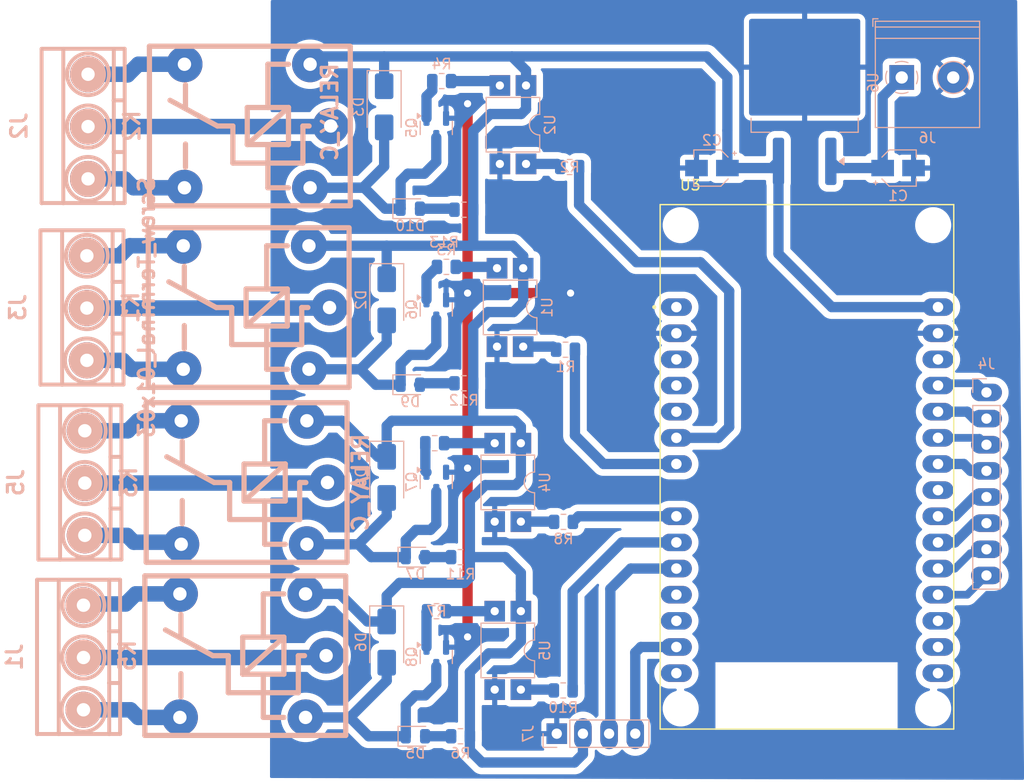
<source format=kicad_pcb>
(kicad_pcb (version 20241229) (generator "pcbnew") (generator_version "9.0")
  (layers (0 "F.Cu" signal) (2 "B.Cu" signal) (13 "F.Paste" user) (15 "B.Paste" user) (5 "F.SilkS" user "F.Silkscreen") (7 "B.SilkS" user "B.Silkscreen") (1 "F.Mask" user) (3 "B.Mask" user) (25 "Edge.Cuts" user))
  (net 0 "")
  (net 1 "GND")
  (net 2 "Net-(J6-Pin_1)")
  (net 3 "+5V")
  (net 4 "Net-(D2-A)")
  (net 6 "Net-(D5-K)")
  (net 7 "Net-(D5-A)")
  (net 8 "Net-(D7-A)")
  (net 9 "Net-(D9-A)")
  (net 10 "RA2")
  (net 11 "RA1")
  (net 12 "RA3")
  (net 13 "RB3")
  (net 14 "RB2")
  (net 15 "RB1")
  (net 16 "RC1")
  (net 17 "RC2")
  (net 18 "RC3")
  (net 19 "IN2")
  (net 20 "Net-(R1-Pad1)")
  (net 21 "IN1")
  (net 22 "Net-(R2-Pad1)")
  (net 23 "Net-(R3-Pad1)")
  (net 24 "Net-(R4-Pad1)")
  (net 25 "Net-(R7-Pad1)")
  (net 26 "Net-(R8-Pad1)")
  (net 27 "Net-(R9-Pad1)")
  (net 28 "Net-(R10-Pad1)")
  (net 29 "IN4")
  (net 30 "4F")
  (net 33 "1F")
  (net 39 "1C")
  (net 43 "IN3")
  (net 45 "3F")
  (net 46 "4C")
  (net 47 "2F")
  (net 48 "2C")
  (net 49 "3C")
  (net 50 "RD1")
  (net 51 "RD3")
  (net 52 "RD2")
  (net 53 "Net-(D10-K)")
  (net 54 "Net-(D7-K)")
  (net 55 "Net-(D10-A)")
  (net 56 "Net-(Q5-B)")
  (net 57 "Net-(Q6-B)")
  (net 58 "Net-(Q7-B)")
  (net 59 "Net-(Q8-B)")
  (net 60 "SCL")
  (net 61 "SDA")
  (footprint "ESP32 V1:MODULE_ESP32_DEVKIT_V1" (layer "F.Cu") (at 89.5725 94.475)
    (property "Reference" "U3" (at -11.355 -27.36 0) (layer "F.SilkS"))
    (property "Value" "ESP32-DEVKIT-V1")
    (pad "" np_thru_hole circle (at -12.28 -23.475) (size 3 3) (drill 3) (layers "*.Cu" "*.Mask"))
    (pad "" np_thru_hole circle (at -12.28 23.475) (size 3 3) (drill 3) (layers "*.Cu" "*.Mask"))
    (pad "" np_thru_hole circle (at 12.23 -23.475) (size 3 3) (drill 3) (layers "*.Cu" "*.Mask"))
    (pad "" np_thru_hole circle (at 12.23 23.475) (size 3 3) (drill 3) (layers "*.Cu" "*.Mask"))
    (pad "1" thru_hole oval (at -12.7 -15.515) (size 3 1.7) (drill 1.02) (layers "*.Cu" "*.Mask"))
    (pad "2" thru_hole oval (at -12.7 -12.975) (size 3 1.7) (drill 1.02) (layers "*.Cu" "*.Mask") (net 1 "GND"))
    (pad "3" thru_hole oval (at -12.7 -10.435) (size 3 1.7) (drill 1.02) (layers "*.Cu" "*.Mask"))
    (pad "4" thru_hole oval (at -12.7 -7.895) (size 3 1.7) (drill 1.02) (layers "*.Cu" "*.Mask"))
    (pad "5" thru_hole oval (at -12.7 -5.355) (size 3 1.7) (drill 1.02) (layers "*.Cu" "*.Mask"))
    (pad "6" thru_hole oval (at -12.7 -2.815) (size 3 1.7) (drill 1.02) (layers "*.Cu" "*.Mask") (net 21 "IN1"))
    (pad "7" thru_hole oval (at -12.7 -0.275) (size 3 1.7) (drill 1.02) (layers "*.Cu" "*.Mask") (net 19 "IN2"))
    (pad "9" thru_hole oval (at -12.7 4.805) (size 3 1.7) (drill 1.02) (layers "*.Cu" "*.Mask") (net 43 "IN3"))
    (pad "10" thru_hole oval (at -12.7 7.345) (size 3 1.7) (drill 1.02) (layers "*.Cu" "*.Mask") (net 29 "IN4"))
    (pad "11" thru_hole oval (at -12.7 9.885) (size 3 1.7) (drill 1.02) (layers "*.Cu" "*.Mask") (net 61 "SDA"))
    (pad "12" thru_hole oval (at -12.7 12.425) (size 3 1.7) (drill 1.02) (layers "*.Cu" "*.Mask"))
    (pad "13" thru_hole oval (at -12.7 14.965) (size 3 1.7) (drill 1.02) (layers "*.Cu" "*.Mask"))
    (pad "14" thru_hole oval (at -12.7 17.505) (size 3 1.7) (drill 1.02) (layers "*.Cu" "*.Mask") (net 60 "SCL"))
    (pad "15" thru_hole oval (at -12.7 20.045) (size 3 1.7) (drill 1.02) (layers "*.Cu" "*.Mask"))
    (pad "16" thru_hole oval (at 12.7 20.045) (size 3 1.7) (drill 1.02) (layers "*.Cu" "*.Mask"))
    (pad "17" thru_hole oval (at 12.7 17.505) (size 3 1.7) (drill 1.02) (layers "*.Cu" "*.Mask"))
    (pad "18" thru_hole oval (at 12.7 14.965) (size 3 1.7) (drill 1.02) (layers "*.Cu" "*.Mask"))
    (pad "19" thru_hole oval (at 12.7 12.425) (size 3 1.7) (drill 1.02) (layers "*.Cu" "*.Mask") (net 46 "4C"))
    (pad "20" thru_hole oval (at 12.7 9.885) (size 3 1.7) (drill 1.02) (layers "*.Cu" "*.Mask") (net 49 "3C"))
    (pad "21" thru_hole oval (at 12.7 7.345) (size 3 1.7) (drill 1.02) (layers "*.Cu" "*.Mask") (net 48 "2C"))
    (pad "22" thru_hole oval (at 12.7 4.805) (size 3 1.7) (drill 1.02) (layers "*.Cu" "*.Mask") (net 39 "1C"))
    (pad "23" thru_hole oval (at 12.7 2.265) (size 3 1.7) (drill 1.02) (layers "*.Cu" "*.Mask"))
    (pad "24" thru_hole oval (at 12.7 -0.275) (size 3 1.7) (drill 1.02) (layers "*.Cu" "*.Mask") (net 30 "4F"))
    (pad "25" thru_hole oval (at 12.7 -2.815) (size 3 1.7) (drill 1.02) (layers "*.Cu" "*.Mask") (net 45 "3F"))
    (pad "26" thru_hole oval (at 12.7 -5.355) (size 3 1.7) (drill 1.02) (layers "*.Cu" "*.Mask") (net 47 "2F"))
    (pad "27" thru_hole oval (at 12.7 -7.895) (size 3 1.7) (drill 1.02) (layers "*.Cu" "*.Mask") (net 33 "1F"))
    (pad "28" thru_hole oval (at 12.7 -10.435) (size 3 1.7) (drill 1.02) (layers "*.Cu" "*.Mask"))
    (pad "29" thru_hole oval (at 12.7 -12.975) (size 3 1.7) (drill 1.02) (layers "*.Cu" "*.Mask") (net 1 "GND"))
    (pad "30" thru_hole oval (at 12.7 -15.515) (size 3 1.7) (drill 1.02) (layers "*.Cu" "*.Mask") (net 3 "+5V"))
    (zone (net 0) (net_name "") (layer "B.Cu") (connect_pads (clearance 0)) (min_thickness 0.01)
      (keepout (tracks not_allowed) (vias not_allowed) (pads not_allowed) (copperpour not_allowed) (footprints allowed))
      (fill (thermal_gap 0.508) (thermal_bridge_width 0.508))
      (polygon (pts (xy 80.6625 113.46) (xy 98.3525 113.46) (xy 98.3525 119.95) (xy 80.6625 119.95)))
    )
  )
  (footprint "Package_TO_SOT_SMD:SOT-23" (layer "B.Cu") (at 53.5625 112.9375 -90)
    (property "Reference" "Q8" (at 0 2.4 90) (layer "B.SilkS") (effects (justify mirror)))
    (property "Value" "MMBT2222A")
    (pad "1" smd roundrect (at -0.9375 0.95 270) (size 1.475 0.6) (layers "B.Cu" "B.Mask" "B.Paste") (net 59 "Net-(Q8-B)"))
    (pad "2" smd roundrect (at -0.9375 -0.95 270) (size 1.475 0.6) (layers "B.Cu" "B.Mask" "B.Paste") (net 1 "GND"))
    (pad "3" smd roundrect (at 0.9375 0 270) (size 1.475 0.6) (layers "B.Cu" "B.Mask" "B.Paste") (net 6 "Net-(D5-K)"))
  )
  (footprint "LED_SMD:LED_0805_2012Metric" (layer "B.Cu") (at 51.5375 103.25)
    (property "Reference" "D7" (at 0 1.65 180) (layer "B.SilkS") (effects (justify mirror)))
    (property "Value" "LED")
    (pad "1" smd roundrect (at -0.9375 0) (size 0.975 1.4) (layers "B.Cu" "B.Mask" "B.Paste") (net 54 "Net-(D7-K)"))
    (pad "2" smd roundrect (at 0.9375 0) (size 0.975 1.4) (layers "B.Cu" "B.Mask" "B.Paste") (net 8 "Net-(D7-A)"))
  )
  (footprint "LED_SMD:LED_0805_2012Metric" (layer "B.Cu") (at 51.5375 120.65)
    (property "Reference" "D5" (at 0 1.65 180) (layer "B.SilkS") (effects (justify mirror)))
    (property "Value" "LED")
    (pad "1" smd roundrect (at -0.9375 0) (size 0.975 1.4) (layers "B.Cu" "B.Mask" "B.Paste") (net 6 "Net-(D5-K)"))
    (pad "2" smd roundrect (at 0.9375 0) (size 0.975 1.4) (layers "B.Cu" "B.Mask" "B.Paste") (net 7 "Net-(D5-A)"))
  )
  (footprint "Resistor_SMD:R_0805_2012Metric" (layer "B.Cu") (at 66.5125 65.35)
    (property "Reference" "R2" (at 0 0 0) (layer "B.SilkS") (effects (justify mirror)))
    (property "Value" "220")
    (pad "1" smd roundrect (at -0.9125 0) (size 1.025 1.4) (layers "B.Cu" "B.Mask" "B.Paste") (roundrect_rratio 0.243902) (net 22 "Net-(R2-Pad1)"))
    (pad "2" smd roundrect (at 0.9125 0) (size 1.025 1.4) (layers "B.Cu" "B.Mask" "B.Paste") (roundrect_rratio 0.243902) (net 21 "IN1"))
  )
  (footprint "Package_TO_SOT_SMD:SOT-23" (layer "B.Cu") (at 53.5625 95.9375 -90)
    (property "Reference" "Q7" (at 0 2.4 90) (layer "B.SilkS") (effects (justify mirror)))
    (property "Value" "MMBT2222A")
    (pad "1" smd roundrect (at -0.9375 0.95 270) (size 1.475 0.6) (layers "B.Cu" "B.Mask" "B.Paste") (net 58 "Net-(Q7-B)"))
    (pad "2" smd roundrect (at -0.9375 -0.95 270) (size 1.475 0.6) (layers "B.Cu" "B.Mask" "B.Paste") (net 1 "GND"))
    (pad "3" smd roundrect (at 0.9375 0 270) (size 1.475 0.6) (layers "B.Cu" "B.Mask" "B.Paste") (net 54 "Net-(D7-K)"))
  )
  (footprint "Resistor_SMD:R_0805_2012Metric" (layer "B.Cu") (at 54.0875 57 180)
    (property "Reference" "R4" (at 0 1.65 180) (layer "B.SilkS") (effects (justify mirror)))
    (property "Value" "10K")
    (pad "1" smd roundrect (at -0.9125 0 180) (size 1.025 1.4) (layers "B.Cu" "B.Mask" "B.Paste") (roundrect_rratio 0.243902) (net 24 "Net-(R4-Pad1)"))
    (pad "2" smd roundrect (at 0.9125 0 180) (size 1.025 1.4) (layers "B.Cu" "B.Mask" "B.Paste") (roundrect_rratio 0.243902) (net 56 "Net-(Q5-B)"))
  )
  (footprint "Resistor_SMD:R_0805_2012Metric" (layer "B.Cu") (at 65.8875 116.2)
    (property "Reference" "R10" (at 0 1.65 0) (layer "B.SilkS") (effects (justify mirror)))
    (property "Value" "220")
    (pad "1" smd roundrect (at -0.9125 0) (size 1.025 1.4) (layers "B.Cu" "B.Mask" "B.Paste") (roundrect_rratio 0.243902) (net 28 "Net-(R10-Pad1)"))
    (pad "2" smd roundrect (at 0.9125 0) (size 1.025 1.4) (layers "B.Cu" "B.Mask" "B.Paste") (roundrect_rratio 0.243902) (net 29 "IN4"))
  )
  (footprint "EESTN5:BORNERA3_AZUL" (layer "B.Cu") (at 19.753375 61.42 -90)
    (property "Reference" "J2" (at -0.05 6.7 90) (layer "B.SilkS") (effects (font (size 1.5 1.5) (thickness 0.3)) (justify mirror)))
    (property "Value" "Screw_Terminal_01x03" (hide yes))
    (pad "1" thru_hole circle (at -5.08 0 270) (size 3.5 3.5) (drill 1.3) (layers "*.Cu" "*.Mask" "B.SilkS") (net 12 "RA3"))
    (pad "2" thru_hole circle (at 0 0 270) (size 3.5 3.5) (drill 1.3) (layers "*.Cu" "*.Mask" "B.SilkS") (net 10 "RA2"))
    (pad "3" thru_hole circle (at 5.08 0 270) (size 3.5 3.5) (drill 1.3) (layers "*.Cu" "*.Mask" "B.SilkS") (net 11 "RA1"))
  )
  (footprint "EESTN5:BORNERA3_AZUL" (layer "B.Cu") (at 19.64 79.05325 -90)
    (property "Reference" "J3" (at -0.05 6.7 90) (layer "B.SilkS") (effects (font (size 1.5 1.5) (thickness 0.3)) (justify mirror)))
    (property "Value" "Screw_Terminal_01x03" (at -0.05 -5.8 90) (layer "B.SilkS") (effects (font (size 1.5 1.5) (thickness 0.3)) (justify mirror)))
    (pad "1" thru_hole circle (at -5.08 0 270) (size 3.5 3.5) (drill 1.3) (layers "*.Cu" "*.Mask" "B.SilkS") (net 13 "RB3"))
    (pad "2" thru_hole circle (at 0 0 270) (size 3.5 3.5) (drill 1.3) (layers "*.Cu" "*.Mask" "B.SilkS") (net 14 "RB2"))
    (pad "3" thru_hole circle (at 5.08 0 270) (size 3.5 3.5) (drill 1.3) (layers "*.Cu" "*.Mask" "B.SilkS") (net 15 "RB1"))
  )
  (footprint "Package_DIP:DIP-4_W7.62mm" (layer "B.Cu") (at 61.775 116.12 90)
    (property "Reference" "U5" (at 3.81 2.33 90) (layer "B.SilkS") (effects (justify mirror)))
    (property "Value" "EL817")
    (pad "1" thru_hole rect (at 0 0 90) (size 2 2) (drill 0.8) (layers "*.Cu" "*.Mask") (net 28 "Net-(R10-Pad1)"))
    (pad "2" thru_hole rect (at 0 -2.54 90) (size 2 2) (drill 0.8) (layers "*.Cu" "*.Mask") (net 1 "GND"))
    (pad "3" thru_hole rect (at 7.62 -2.54 90) (size 2 2) (drill 0.8) (layers "*.Cu" "*.Mask") (net 25 "Net-(R7-Pad1)"))
    (pad "4" thru_hole rect (at 7.62 0 90) (size 2 2) (drill 0.8) (layers "*.Cu" "*.Mask") (net 3 "+5V"))
  )
  (footprint "Package_TO_SOT_SMD:SOT-23" (layer "B.Cu") (at 53.5625 61.55 -90)
    (property "Reference" "Q5" (at 0 2.4 90) (layer "B.SilkS") (effects (justify mirror)))
    (property "Value" "MMBT2222A")
    (pad "1" smd roundrect (at -0.9375 0.95 270) (size 1.475 0.6) (layers "B.Cu" "B.Mask" "B.Paste") (net 56 "Net-(Q5-B)"))
    (pad "2" smd roundrect (at -0.9375 -0.95 270) (size 1.475 0.6) (layers "B.Cu" "B.Mask" "B.Paste") (net 1 "GND"))
    (pad "3" smd roundrect (at 0.9375 0 270) (size 1.475 0.6) (layers "B.Cu" "B.Mask" "B.Paste") (net 53 "Net-(D10-K)"))
  )
  (footprint "TerminalBlock_Philmore:TerminalBlock_Philmore_TB132_1x02_P5.00mm_Horizontal" (layer "B.Cu") (at 98.75 56.65)
    (property "Reference" "J6" (at 2.5 5.86 0) (layer "B.SilkS") (effects (justify mirror)))
    (property "Value" "Screw_Terminal_01x02")
    (pad "1" thru_hole rect (at 0 0) (size 2.4 2.4) (drill 1.2) (layers "*.Cu" "*.Mask") (net 2 "Net-(J6-Pin_1)"))
    (pad "2" thru_hole circle (at 5 0) (size 3 3) (drill 1.2) (layers "*.Cu" "*.Mask") (net 1 "GND"))
  )
  (footprint "Diode_SMD:D_SMA" (layer "B.Cu") (at 48.5 59.5 -90)
    (property "Reference" "D3" (at 0 2.5 90) (layer "B.SilkS") (effects (justify mirror)))
    (property "Value" "1N4007")
    (pad "1" smd roundrect (at -2 0 270) (size 2.5 1.8) (layers "B.Cu" "B.Mask" "B.Paste") (roundrect_rratio 0.1388888889) (net 3 "+5V"))
    (pad "2" smd roundrect (at 2 0 270) (size 2.5 1.8) (layers "B.Cu" "B.Mask" "B.Paste") (roundrect_rratio 0.1388888889) (net 53 "Net-(D10-K)"))
  )
  (footprint "Resistor_SMD:R_0805_2012Metric" (layer "B.Cu") (at 65.9125 99.825)
    (property "Reference" "R8" (at 0 1.65 0) (layer "B.SilkS") (effects (justify mirror)))
    (property "Value" "220")
    (pad "1" smd roundrect (at -0.9125 0) (size 1.025 1.4) (layers "B.Cu" "B.Mask" "B.Paste") (roundrect_rratio 0.243902) (net 26 "Net-(R8-Pad1)"))
    (pad "2" smd roundrect (at 0.9125 0) (size 1.025 1.4) (layers "B.Cu" "B.Mask" "B.Paste") (roundrect_rratio 0.243902) (net 43 "IN3"))
  )
  (footprint "EESTN5:BORNERA3_AZUL" (layer "B.Cu") (at 19.31 113 -90)
    (property "Reference" "J1" (at -0.05 6.7 90) (layer "B.SilkS") (effects (font (size 1.5 1.5) (thickness 0.3)) (justify mirror)))
    (property "Value" "Screw_Terminal_01x03" (hide yes))
    (pad "1" thru_hole circle (at -5.08 0 270) (size 3.5 3.5) (drill 1.3) (layers "*.Cu" "*.Mask" "B.SilkS") (net 51 "RD3"))
    (pad "2" thru_hole circle (at 0 0 270) (size 3.5 3.5) (drill 1.3) (layers "*.Cu" "*.Mask" "B.SilkS") (net 52 "RD2"))
    (pad "3" thru_hole circle (at 5.08 0 270) (size 3.5 3.5) (drill 1.3) (layers "*.Cu" "*.Mask" "B.SilkS") (net 50 "RD1"))
  )
  (footprint "Package_DIP:DIP-4_W7.62mm" (layer "B.Cu") (at 61.775 99.8 90)
    (property "Reference" "U4" (at 3.81 2.33 90) (layer "B.SilkS") (effects (justify mirror)))
    (property "Value" "EL817")
    (pad "1" thru_hole rect (at 0 0 90) (size 2 2) (drill 0.8) (layers "*.Cu" "*.Mask") (net 26 "Net-(R8-Pad1)"))
    (pad "2" thru_hole rect (at 0 -2.54 90) (size 2 2) (drill 0.8) (layers "*.Cu" "*.Mask") (net 1 "GND"))
    (pad "3" thru_hole rect (at 7.62 -2.54 90) (size 2 2) (drill 0.8) (layers "*.Cu" "*.Mask") (net 27 "Net-(R9-Pad1)"))
    (pad "4" thru_hole rect (at 7.62 0 90) (size 2 2) (drill 0.8) (layers "*.Cu" "*.Mask") (net 3 "+5V"))
  )
  (footprint "Resistor_SMD:R_0805_2012Metric" (layer "B.Cu") (at 56.2375 69.5)
    (property "Reference" "R13" (at -1.925 3.15 0) (layer "B.SilkS") (effects (justify mirror)))
    (property "Value" "220")
    (pad "1" smd roundrect (at -0.9125 0) (size 1.025 1.4) (layers "B.Cu" "B.Mask" "B.Paste") (roundrect_rratio 0.243902) (net 55 "Net-(D10-A)"))
    (pad "2" smd roundrect (at 0.9125 0) (size 1.025 1.4) (layers "B.Cu" "B.Mask" "B.Paste") (roundrect_rratio 0.243902) (net 3 "+5V"))
  )
  (footprint "Resistor_SMD:R_0805_2012Metric" (layer "B.Cu") (at 53.4125 92.180002 180)
    (property "Reference" "R9" (hide yes))
    (property "Value" "10K")
    (pad "1" smd roundrect (at -0.9125 0 180) (size 1.025 1.4) (layers "B.Cu" "B.Mask" "B.Paste") (roundrect_rratio 0.243902) (net 27 "Net-(R9-Pad1)"))
    (pad "2" smd roundrect (at 0.9125 0 180) (size 1.025 1.4) (layers "B.Cu" "B.Mask" "B.Paste") (roundrect_rratio 0.243902) (net 58 "Net-(Q7-B)"))
  )
  (footprint "Resistor_SMD:R_0805_2012Metric" (layer "B.Cu") (at 66.1125 83.1)
    (property "Reference" "R1" (at 0 1.65 0) (layer "B.SilkS") (effects (justify mirror)))
    (property "Value" "220")
    (pad "1" smd roundrect (at -0.9125 0) (size 1.025 1.4) (layers "B.Cu" "B.Mask" "B.Paste") (roundrect_rratio 0.243902) (net 20 "Net-(R1-Pad1)"))
    (pad "2" smd roundrect (at 0.9125 0) (size 1.025 1.4) (layers "B.Cu" "B.Mask" "B.Paste") (roundrect_rratio 0.243902) (net 19 "IN2"))
  )
  (footprint "Connector_PinSocket_2.54mm:PinSocket_1x08_P2.54mm_Vertical" (layer "B.Cu") (at 106.9775 87.25 180)
    (property "Reference" "J4" (at 0 2.77 0) (layer "B.SilkS") (effects (justify mirror)))
    (property "Value" "Conn_01x08" (hide yes))
    (pad "1" thru_hole oval (at 0 0 180) (size 3 1.7) (drill 1) (layers "*.Cu" "*.Mask") (net 33 "1F"))
    (pad "2" thru_hole oval (at 0 -2.54 180) (size 3 1.7) (drill 1) (layers "*.Cu" "*.Mask") (net 47 "2F"))
    (pad "3" thru_hole oval (at 0 -5.08 180) (size 3 1.7) (drill 1) (layers "*.Cu" "*.Mask") (net 45 "3F"))
    (pad "4" thru_hole oval (at 0 -7.62 180) (size 3 1.7) (drill 1) (layers "*.Cu" "*.Mask") (net 30 "4F"))
    (pad "5" thru_hole oval (at 0 -10.16 180) (size 3 1.7) (drill 1) (layers "*.Cu" "*.Mask") (net 39 "1C"))
    (pad "6" thru_hole oval (at 0 -12.7 180) (size 3 1.7) (drill 1) (layers "*.Cu" "*.Mask") (net 48 "2C"))
    (pad "7" thru_hole oval (at 0 -15.24 180) (size 3 1.7) (drill 1) (layers "*.Cu" "*.Mask") (net 49 "3C"))
    (pad "8" thru_hole oval (at 0 -17.78 180) (size 3 1.7) (drill 1) (layers "*.Cu" "*.Mask") (net 46 "4C"))
  )
  (footprint "Package_DIP:DIP-4_W7.62mm" (layer "B.Cu") (at 62.275 65.05 90)
    (property "Reference" "U2" (at 3.81 2.33 90) (layer "B.SilkS") (effects (justify mirror)))
    (property "Value" "EL817")
    (pad "1" thru_hole rect (at 0 0 90) (size 2 2) (drill 0.8) (layers "*.Cu" "*.Mask") (net 22 "Net-(R2-Pad1)"))
    (pad "2" thru_hole rect (at 0 -2.54 90) (size 2 2) (drill 0.8) (layers "*.Cu" "*.Mask") (net 1 "GND"))
    (pad "3" thru_hole rect (at 7.62 -2.54 90) (size 2 2) (drill 0.8) (layers "*.Cu" "*.Mask") (net 24 "Net-(R4-Pad1)"))
    (pad "4" thru_hole rect (at 7.62 0 90) (size 2 2) (drill 0.8) (layers "*.Cu" "*.Mask") (net 3 "+5V"))
  )
  (footprint "Connector_PinSocket_2.54mm:PinSocket_1x04_P2.54mm_Vertical" (layer "B.Cu") (at 65.26 120.4 -90)
    (property "Reference" "J7" (at 0 2.77 90) (layer "B.SilkS") (effects (justify mirror)))
    (property "Value" "Conn_01x04")
    (pad "1" thru_hole rect (at 0 0 270) (size 2 2) (drill 1) (layers "*.Cu" "*.Mask") (net 1 "GND"))
    (pad "2" thru_hole oval (at 0 -2.54 270) (size 3 1.7) (drill 1) (layers "*.Cu" "*.Mask" "Eco1.User") (net 3 "+5V"))
    (pad "3" thru_hole oval (at 0 -5.08 270) (size 3 1.7) (drill 1) (layers "*.Cu" "*.Mask") (net 61 "SDA"))
    (pad "4" thru_hole oval (at 0 -7.62 270) (size 3 1.7) (drill 1) (layers "*.Cu" "*.Mask") (net 60 "SCL"))
  )
  (footprint "LED_SMD:LED_0805_2012Metric" (layer "B.Cu") (at 51.0375 69.4)
    (property "Reference" "D10" (at 0 1.65 180) (layer "B.SilkS") (effects (justify mirror)))
    (property "Value" "LED")
    (pad "1" smd roundrect (at -0.9375 0) (size 0.975 1.4) (layers "B.Cu" "B.Mask" "B.Paste") (net 53 "Net-(D10-K)"))
    (pad "2" smd roundrect (at 0.9375 0) (size 0.975 1.4) (layers "B.Cu" "B.Mask" "B.Paste") (net 55 "Net-(D10-A)"))
  )
  (footprint "Package_TO_SOT_SMD:TO-263-2" (layer "B.Cu") (at 89.325 57.15 90)
    (property "Reference" "U6" (at 0 6.65 270) (layer "B.SilkS") (effects (justify mirror)))
    (property "Value" "L7805")
    (pad "1" smd roundrect (at -7.65 2.54 90) (size 4.6 1.1) (layers "B.Cu" "B.Mask" "B.Paste") (roundrect_rratio 0.227273) (net 2 "Net-(J6-Pin_1)"))
    (pad "2" smd roundrect (at 1.5 0 90) (size 9.4 10.8) (layers "B.Cu" "B.Mask") (roundrect_rratio 0.026596) (net 1 "GND"))
    (pad "3" smd roundrect (at -7.65 -2.54 90) (size 4.6 1.1) (layers "B.Cu" "B.Mask" "B.Paste") (roundrect_rratio 0.227273) (net 3 "+5V"))
  )
  (footprint "Diode_SMD:D_SMA" (layer "B.Cu") (at 48.75 111.5 -90)
    (property "Reference" "D6" (at 0 2.5 90) (layer "B.SilkS") (effects (justify mirror)))
    (property "Value" "1N4007")
    (pad "1" smd roundrect (at -2 0 270) (size 2.5 1.8) (layers "B.Cu" "B.Mask" "B.Paste") (roundrect_rratio 0.1388888889) (net 3 "+5V"))
    (pad "2" smd roundrect (at 2 0 270) (size 2.5 1.8) (layers "B.Cu" "B.Mask" "B.Paste") (roundrect_rratio 0.1388888889) (net 6 "Net-(D5-K)"))
  )
  (footprint "Package_TO_SOT_SMD:SOT-23" (layer "B.Cu") (at 53.5625 79.1875 -90)
    (property "Reference" "Q6" (at 0 2.4 90) (layer "B.SilkS") (effects (justify mirror)))
    (property "Value" "MMBT2222A")
    (pad "1" smd roundrect (at -0.9375 0.95 270) (size 1.475 0.6) (layers "B.Cu" "B.Mask" "B.Paste") (net 57 "Net-(Q6-B)"))
    (pad "2" smd roundrect (at -0.9375 -0.95 270) (size 1.475 0.6) (layers "B.Cu" "B.Mask" "B.Paste") (net 1 "GND"))
    (pad "3" smd roundrect (at 0.9375 0 270) (size 1.475 0.6) (layers "B.Cu" "B.Mask" "B.Paste") (net 4 "Net-(D2-A)"))
  )
  (footprint "Capacitor_SMD:CP_Elec_3x5.3" (layer "B.Cu") (at 98.4 65.45)
    (property "Reference" "C1" (at 0 2.7 0) (layer "B.SilkS") (effects (justify mirror)))
    (property "Value" "0.1uF" (hide yes))
    (pad "1" smd rect (at -1.5 0) (size 2.2 1.6) (layers "B.Cu" "B.Mask" "B.Paste") (net 2 "Net-(J6-Pin_1)"))
    (pad "2" smd rect (at 1.5 0) (size 2.2 1.6) (layers "B.Cu" "B.Mask" "B.Paste") (net 1 "GND"))
  )
  (footprint "Resistor_SMD:R_0805_2012Metric" (layer "B.Cu") (at 55.9125 103.25)
    (property "Reference" "R11" (at 0 1.65 0) (layer "B.SilkS") (effects (justify mirror)))
    (property "Value" "220")
    (pad "1" smd roundrect (at -0.9125 0) (size 1.025 1.4) (layers "B.Cu" "B.Mask" "B.Paste") (roundrect_rratio 0.243902) (net 8 "Net-(D7-A)"))
    (pad "2" smd roundrect (at 0.9125 0) (size 1.025 1.4) (layers "B.Cu" "B.Mask" "B.Paste") (roundrect_rratio 0.243902) (net 3 "+5V"))
  )
  (footprint "Diode_SMD:D_SMA" (layer "B.Cu") (at 48.75 95.5 -90)
    (property "Reference" "D8" (at 0 2.5 90) (layer "B.SilkS") (effects (justify mirror)))
    (property "Value" "1N4007")
    (pad "1" smd roundrect (at -2 0 270) (size 2.5 1.8) (layers "B.Cu" "B.Mask" "B.Paste") (roundrect_rratio 0.1388888889) (net 3 "+5V"))
    (pad "2" smd roundrect (at 2 0 270) (size 2.5 1.8) (layers "B.Cu" "B.Mask" "B.Paste") (roundrect_rratio 0.1388888889) (net 54 "Net-(D7-K)"))
  )
  (footprint "EESTN5:Relay_C" (layer "B.Cu") (at 35.213375 61.36675 90)
    (property "Reference" "K2" (at 0 -11.2 90) (layer "B.SilkS") (effects (font (size 1.524 1.524) (thickness 0.3048)) (justify mirror)))
    (property "Value" "RELAY_C" (at 1.3425 8.015 90) (layer "B.SilkS") (effects (font (size 1.524 1.524) (thickness 0.3048)) (justify mirror)))
    (pad "1" thru_hole circle (at 0 8.1 90) (size 3.5 3.5) (drill 1.3) (layers "*.Cu" "*.Mask") (net 10 "RA2"))
    (pad "2" thru_hole circle (at -6 6.1 90) (size 3.5 3.5) (drill 1.3) (layers "*.Cu" "*.Mask") (net 53 "Net-(D10-K)"))
    (pad "3" thru_hole circle (at -6 -6.1 90) (size 3.5 3.5) (drill 1.3) (layers "*.Cu" "*.Mask") (net 11 "RA1"))
    (pad "4" thru_hole circle (at 6 -6.1 90) (size 3.5 3.5) (drill 1.3) (layers "*.Cu" "*.Mask") (net 12 "RA3"))
    (pad "5" thru_hole circle (at 6 6.1 90) (size 3.5 3.5) (drill 1.3) (layers "*.Cu" "*.Mask") (net 3 "+5V"))
  )
  (footprint "Resistor_SMD:R_0805_2012Metric" (layer "B.Cu") (at 55.9125 120.65)
    (property "Reference" "R6" (at 0 1.65 0) (layer "B.SilkS") (effects (justify mirror)))
    (property "Value" "220")
    (pad "1" smd roundrect (at -0.9125 0) (size 1.025 1.4) (layers "B.Cu" "B.Mask" "B.Paste") (roundrect_rratio 0.243902) (net 7 "Net-(D5-A)"))
    (pad "2" smd roundrect (at 0.9125 0) (size 1.025 1.4) (layers "B.Cu" "B.Mask" "B.Paste") (roundrect_rratio 0.243902) (net 3 "+5V"))
  )
  (footprint "EESTN5:Relay_C" (layer "B.Cu") (at 34.9 96 90)
    (property "Reference" "K3" (at 0 -11.2 90) (layer "B.SilkS") (effects (font (size 1.524 1.524) (thickness 0.3048)) (justify mirror)))
    (property "Value" "RELAY_C" (at 0 11.3 90) (layer "B.SilkS") (effects (font (size 1.524 1.524) (thickness 0.3048)) (justify mirror)))
    (pad "1" thru_hole circle (at 0 8.1 90) (size 3.5 3.5) (drill 1.3) (layers "*.Cu" "*.Mask") (net 17 "RC2"))
    (pad "2" thru_hole circle (at -6 6.1 90) (size 3.5 3.5) (drill 1.3) (layers "*.Cu" "*.Mask") (net 54 "Net-(D7-K)"))
    (pad "3" thru_hole circle (at -6 -6.1 90) (size 3.5 3.5) (drill 1.3) (layers "*.Cu" "*.Mask") (net 16 "RC1"))
    (pad "4" thru_hole circle (at 6 -6.1 90) (size 3.5 3.5) (drill 1.3) (layers "*.Cu" "*.Mask") (net 18 "RC3"))
    (pad "5" thru_hole circle (at 6 6.1 90) (size 3.5 3.5) (drill 1.3) (layers "*.Cu" "*.Mask") (net 3 "+5V"))
  )
  (footprint "Capacitor_SMD:CP_Elec_3x5.3" (layer "B.Cu") (at 80.325 65.45 180)
    (property "Reference" "C2" (at 0 2.7 0) (layer "B.SilkS") (effects (justify mirror)))
    (property "Value" "0.1uF")
    (pad "1" smd rect (at -1.5 0 180) (size 2.2 1.6) (layers "B.Cu" "B.Mask" "B.Paste") (net 3 "+5V"))
    (pad "2" smd rect (at 1.5 0 180) (size 2.2 1.6) (layers "B.Cu" "B.Mask" "B.Paste") (net 1 "GND"))
  )
  (footprint "Diode_SMD:D_SMA" (layer "B.Cu") (at 48.75 78.25 -90)
    (property "Reference" "D2" (at 0 2.5 90) (layer "B.SilkS") (effects (justify mirror)))
    (property "Value" "1N4007")
    (pad "1" smd roundrect (at -2 0 270) (size 2.5 1.8) (layers "B.Cu" "B.Mask" "B.Paste") (roundrect_rratio 0.1388888889) (net 3 "+5V"))
    (pad "2" smd roundrect (at 2 0 270) (size 2.5 1.8) (layers "B.Cu" "B.Mask" "B.Paste") (roundrect_rratio 0.1388888889) (net 4 "Net-(D2-A)"))
  )
  (footprint "Resistor_SMD:R_0805_2012Metric" (layer "B.Cu") (at 54.545 75.05 180)
    (property "Reference" "R3" (at 0 1.65 0) (layer "B.SilkS") (effects (justify mirror)))
    (property "Value" "10K")
    (pad "1" smd roundrect (at -0.9125 0 180) (size 1.025 1.4) (layers "B.Cu" "B.Mask" "B.Paste") (roundrect_rratio 0.243902) (net 23 "Net-(R3-Pad1)"))
    (pad "2" smd roundrect (at 0.9125 0 180) (size 1.025 1.4) (layers "B.Cu" "B.Mask" "B.Paste") (roundrect_rratio 0.243902) (net 57 "Net-(Q6-B)"))
  )
  (footprint "EESTN5:Relay_C" (layer "B.Cu") (at 35.1 79 90)
    (property "Reference" "K1" (at 0 -11.2 90) (layer "B.SilkS") (effects (font (size 1.524 1.524) (thickness 0.3048)) (justify mirror)))
    (property "Value" "RELAY_C" (hide yes))
    (pad "1" thru_hole circle (at 0 8.1 90) (size 3.5 3.5) (drill 1.3) (layers "*.Cu" "*.Mask") (net 14 "RB2"))
    (pad "2" thru_hole circle (at -6 6.1 90) (size 3.5 3.5) (drill 1.3) (layers "*.Cu" "*.Mask") (net 4 "Net-(D2-A)"))
    (pad "3" thru_hole circle (at -6 -6.1 90) (size 3.5 3.5) (drill 1.3) (layers "*.Cu" "*.Mask") (net 15 "RB1"))
    (pad "4" thru_hole circle (at 6 -6.1 90) (size 3.5 3.5) (drill 1.3) (layers "*.Cu" "*.Mask") (net 13 "RB3"))
    (pad "5" thru_hole circle (at 6 6.1 90) (size 3.5 3.5) (drill 1.3) (layers "*.Cu" "*.Mask") (net 3 "+5V"))
  )
  (footprint "LED_SMD:LED_0805_2012Metric" (layer "B.Cu") (at 51.0375 86.5)
    (property "Reference" "D9" (at 0 1.65 180) (layer "B.SilkS") (effects (justify mirror)))
    (property "Value" "LED")
    (pad "1" smd roundrect (at -0.9375 0) (size 0.975 1.4) (layers "B.Cu" "B.Mask" "B.Paste") (net 4 "Net-(D2-A)"))
    (pad "2" smd roundrect (at 0.9375 0) (size 0.975 1.4) (layers "B.Cu" "B.Mask" "B.Paste") (net 9 "Net-(D9-A)"))
  )
  (footprint "Resistor_SMD:R_0805_2012Metric" (layer "B.Cu") (at 53.5875 108.5 180)
    (property "Reference" "R7" (at 0 0 180) (layer "B.SilkS") (effects (justify mirror)))
    (property "Value" "10K")
    (pad "1" smd roundrect (at -0.9125 0 180) (size 1.025 1.4) (layers "B.Cu" "B.Mask" "B.Paste") (roundrect_rratio 0.243902) (net 25 "Net-(R7-Pad1)"))
    (pad "2" smd roundrect (at 0.9125 0 180) (size 1.025 1.4) (layers "B.Cu" "B.Mask" "B.Paste") (roundrect_rratio 0.243902) (net 59 "Net-(Q8-B)"))
  )
  (footprint "EESTN5:BORNERA3_AZUL" (layer "B.Cu") (at 19.44 96.05325 -90)
    (property "Reference" "J5" (at -0.05 6.7 90) (layer "B.SilkS") (effects (font (size 1.5 1.5) (thickness 0.3)) (justify mirror)))
    (property "Value" "Screw_Terminal_01x03" (hide yes))
    (pad "1" thru_hole circle (at -5.08 0 270) (size 3.5 3.5) (drill 1.3) (layers "*.Cu" "*.Mask" "B.SilkS") (net 18 "RC3"))
    (pad "2" thru_hole circle (at 0 0 270) (size 3.5 3.5) (drill 1.3) (layers "*.Cu" "*.Mask" "B.SilkS") (net 17 "RC2"))
    (pad "3" thru_hole circle (at 5.08 0 270) (size 3.5 3.5) (drill 1.3) (layers "*.Cu" "*.Mask" "B.SilkS") (net 16 "RC1"))
  )
  (footprint "Resistor_SMD:R_0805_2012Metric" (layer "B.Cu") (at 56.2375 86.36)
    (property "Reference" "R12" (at 0 1.65 0) (layer "B.SilkS") (effects (justify mirror)))
    (property "Value" "220")
    (pad "1" smd roundrect (at -0.9125 0) (size 1.025 1.4) (layers "B.Cu" "B.Mask" "B.Paste") (roundrect_rratio 0.243902) (net 9 "Net-(D9-A)"))
    (pad "2" smd roundrect (at 0.9125 0) (size 1.025 1.4) (layers "B.Cu" "B.Mask" "B.Paste") (roundrect_rratio 0.243902) (net 3 "+5V"))
  )
  (footprint "Package_DIP:DIP-4_W7.62mm" (layer "B.Cu") (at 62 82.8 90)
    (property "Reference" "U1" (at 3.81 2.33 90) (layer "B.SilkS") (effects (justify mirror)))
    (property "Value" "EL817")
    (pad "1" thru_hole rect (at 0 0 90) (size 2 2) (drill 0.8) (layers "*.Cu" "*.Mask") (net 20 "Net-(R1-Pad1)"))
    (pad "2" thru_hole rect (at 0 -2.54 90) (size 2 2) (drill 0.8) (layers "*.Cu" "*.Mask") (net 1 "GND"))
    (pad "3" thru_hole rect (at 7.62 -2.54 90) (size 2 2) (drill 0.8) (layers "*.Cu" "*.Mask") (net 23 "Net-(R3-Pad1)"))
    (pad "4" thru_hole rect (at 7.62 0 90) (size 2 2) (drill 0.8) (layers "*.Cu" "*.Mask") (net 3 "+5V"))
  )
  (footprint "EESTN5:Relay_C" (layer "B.Cu") (at 34.77 112.82 90)
    (property "Reference" "K5" (at 0 -11.2 90) (layer "B.SilkS") (effects (font (size 1.524 1.524) (thickness 0.3048)) (justify mirror)))
    (property "Value" "RELAY_C" (hide yes))
    (pad "1" thru_hole circle (at 0 8.1 90) (size 3.5 3.5) (drill 1.3) (layers "*.Cu" "*.Mask") (net 52 "RD2"))
    (pad "2" thru_hole circle (at -6 6.1 90) (size 3.5 3.5) (drill 1.3) (layers "*.Cu" "*.Mask") (net 6 "Net-(D5-K)"))
    (pad "3" thru_hole circle (at -6 -6.1 90) (size 3.5 3.5) (drill 1.3) (layers "*.Cu" "*.Mask") (net 50 "RD1"))
    (pad "4" thru_hole circle (at 6 -6.1 90) (size 3.5 3.5) (drill 1.3) (layers "*.Cu" "*.Mask") (net 51 "RD3"))
    (pad "5" thru_hole circle (at 6 6.1 90) (size 3.5 3.5) (drill 1.3) (layers "*.Cu" "*.Mask") (net 3 "+5V"))
  )
  (segment (start 56.6 59.2) (end 56.6 77.6) (width 1) (layer "F.Cu") (net 1))
  (segment (start 66.6 77.6) (end 56.6 77.6) (width 1) (layer "F.Cu") (net 1))
  (segment (start 56.6 77.6) (end 56.6 94.6) (width 1) (layer "F.Cu") (net 1))
  (segment (start 56.6 94.6) (end 56.6 111) (width 1) (layer "F.Cu") (net 1))
  (via (at 66.6 77.6) (size 2) (drill 0.7) (layers "F.Cu" "B.Cu") (net 1))
  (via (at 56.6 59.2) (size 2) (drill 0.7) (layers "F.Cu" "B.Cu") (net 1))
  (via (at 56.6 77.6) (size 2) (drill 0.7) (layers "F.Cu" "B.Cu") (net 1))
  (via (at 56.6 94.6) (size 2) (drill 0.7) (layers "F.Cu" "B.Cu") (net 1))
  (via (at 56.6 111) (size 2) (drill 0.7) (layers "F.Cu" "B.Cu") (net 1))
  (segment (start 92.515 65.45) (end 91.865 64.8) (width 1) (layer "B.Cu") (net 2))
  (segment (start 96.9 58.5) (end 98.75 56.65) (width 1) (layer "B.Cu") (net 2))
  (segment (start 96.9 65.45) (end 96.9 58.5) (width 1) (layer "B.Cu") (net 2))
  (segment (start 96.9 65.45) (end 92.515 65.45) (width 1) (layer "B.Cu") (net 2))
  (segment (start 41 90) (end 44.4 90) (width 1) (layer "B.Cu") (net 3))
  (segment (start 56.825 105.2) (end 56.825 103.25) (width 1) (layer "B.Cu") (net 3))
  (segment (start 62 74) (end 61 73) (width 1) (layer "B.Cu") (net 3))
  (segment (start 58.8 60.2) (end 61.8 60.2) (width 1) (layer "B.Cu") (net 3))
  (segment (start 55.325 72.825) (end 55.5 73) (width 1) (layer "B.Cu") (net 3))
  (segment (start 61.775 104.775) (end 61.775 106.525) (width 1) (layer "B.Cu") (net 3))
  (segment (start 50 105.75) (end 56.275 105.75) (width 1) (layer "B.Cu") (net 3))
  (segment (start 86.785 64.8) (end 86.785 73.785) (width 1) (layer "B.Cu") (net 3))
  (segment (start 56.825 122.025) (end 58 123.2) (width 1) (layer "B.Cu") (net 3))
  (segment (start 57.2 73) (end 57.15 72.95) (width 1) (layer "B.Cu") (net 3))
  (segment (start 41.2 73) (end 48.75 73) (width 1) (layer "B.Cu") (net 3))
  (segment (start 62 78.5) (end 62 75.18) (width 1) (layer "B.Cu") (net 3))
  (segment (start 60.907625 54.61) (end 62.275 55.977375) (width 1) (layer "B.Cu") (net 3))
  (segment (start 62.275 59.725) (end 62.275 57.43) (width 1) (layer "B.Cu") (net 3))
  (segment (start 42.070125 54.61) (end 48.5 54.61) (width 1) (layer "B.Cu") (net 3))
  (segment (start 81.825 61.8) (end 81.825 65.45) (width 1) (layer "B.Cu") (net 3))
  (segment (start 61.775 106.525) (end 61.775 108.5) (width 1) (layer "B.Cu") (net 3))
  (segment (start 61.775 90.5775) (end 61.1975 90) (width 1) (layer "B.Cu") (net 3))
  (segment (start 55.5 73) (end 57.2 73) (width 1) (layer "B.Cu") (net 3))
  (segment (start 66.982 123.2) (end 67.8 122.382) (width 1) (layer "B.Cu") (net 3))
  (segment (start 62 75.18) (end 62 74) (width 1) (layer "B.Cu") (net 3))
  (segment (start 60.25 103.25) (end 61.775 104.775) (width 1) (layer "B.Cu") (net 3))
  (segment (start 61.25 96.251) (end 61.775 95.726) (width 1) (layer "B.Cu") (net 3))
  (segment (start 48.75 93.5) (end 47.9 93.5) (width 1) (layer "B.Cu") (net 3))
  (segment (start 56.825 103.25) (end 56.825 97.75) (width 1) (layer "B.Cu") (net 3))
  (segment (start 47.9 93.5) (end 44.4 90) (width 1) (layer "B.Cu") (net 3))
  (segment (start 57.15 80.85) (end 58.559998 79.440002) (width 1) (layer "B.Cu") (net 3))
  (segment (start 48.75 93.5) (end 48.75 90.5) (width 1) (layer "B.Cu") (net 3))
  (segment (start 60.907625 54.61) (end 79.81 54.61) (width 1) (layer "B.Cu") (net 3))
  (segment (start 46.88 109.5) (end 44.2 106.82) (width 1) (layer "B.Cu") (net 3))
  (segment (start 48.75 109.5) (end 48.75 107) (width 1) (layer "B.Cu") (net 3))
  (segment (start 57.15 90) (end 61.1975 90) (width 1) (layer "B.Cu") (net 3))
  (segment (start 48.5 57.5) (end 48.5 54.61) (width 1) (layer "B.Cu") (net 3))
  (segment (start 48.75 73) (end 55.5 73) (width 1) (layer "B.Cu") (net 3))
  (segment (start 66.982 123.2) (end 58 123.2) (width 1) (layer "B.Cu") (net 3))
  (segment (start 61.775 111.425) (end 61.775 108.5) (width 1) (layer "B.Cu") (net 3))
  (segment (start 57.15 69.5) (end 57.15 61.85) (width 1) (layer "B.Cu") (net 3))
  (segment (start 61.775 92.18) (end 61.775 90.5775) (width 1) (layer "B.Cu") (net 3))
  (segment (start 58.65 112.6) (end 60.6 112.6) (width 1) (layer "B.Cu") (net 3))
  (segment (start 86.135 65.45) (end 86.785 64.8) (width 1) (layer "B.Cu") (net 3))
  (segment (start 61.8 60.2) (end 62.275 59.725) (width 1) (layer "B.Cu") (net 3))
  (segment (start 57.15 72.95) (end 57.15 69.5) (width 1) (layer "B.Cu") (net 3))
  (segment (start 61.059998 79.440002) (end 62 78.5) (width 1) (layer "B.Cu") (net 3))
  (segment (start 49.25 90) (end 57.15 90) (width 1) (layer "B.Cu") (net 3))
  (segment (start 57.15 86.36) (end 57.15 90) (width 1) (layer "B.Cu") (net 3))
  (segment (start 58.559998 79.440002) (end 61.059998 79.440002) (width 1) (layer "B.Cu") (net 3))
  (segment (start 56.275 105.75) (end 56.825 105.2) (width 1) (layer "B.Cu") (net 3))
  (segment (start 62.275 55.977375) (end 62.275 57.43) (width 1) (layer "B.Cu") (net 3))
  (segment (start 48.75 76.25) (end 48.75 73) (width 1) (layer "B.Cu") (net 3))
  (segment (start 56.825 114.425) (end 58.65 112.6) (width 1) (layer "B.Cu") (net 3))
  (segment (start 48.75 90.5) (end 49.25 90) (width 1) (layer "B.Cu") (net 3))
  (segment (start 81.825 56.625) (end 81.825 61.8) (width 1) (layer "B.Cu") (net 3))
  (segment (start 57.15 61.85) (end 58.8 60.2) (width 1) (layer "B.Cu") (net 3))
  (segment (start 61.25 96.251) (end 58.324 96.251) (width 1) (layer "B.Cu") (net 3))
  (segment (start 61.775 95.726) (end 61.775 92.18) (width 1) (layer "B.Cu") (net 3))
  (segment (start 40.87 106.82) (end 44.2 106.82) (width 1) (layer "B.Cu") (net 3))
  (segment (start 57.2 73) (end 61 73) (width 1) (layer "B.Cu") (net 3))
  (segment (start 48.75 107) (end 50 105.75) (width 1) (layer "B.Cu") (net 3))
  (segment (start 79.81 54.61) (end 81.825 56.625) (width 1) (layer "B.Cu") (net 3))
  (segment (start 56.825 120.65) (end 56.825 114.425) (width 1) (layer "B.Cu") (net 3))
  (segment (start 91.96 78.96) (end 102.2725 78.96) (width 1) (layer "B.Cu") (net 3))
  (segment (start 86.785 73.785) (end 91.96 78.96) (width 1) (layer "B.Cu") (net 3))
  (segment (start 48.75 109.5) (end 46.88 109.5) (width 1) (layer "B.Cu") (net 3))
  (segment (start 56.825 97.75) (end 58.324 96.251) (width 1) (layer "B.Cu") (net 3))
  (segment (start 41.313375 55.36675) (end 42.070125 54.61) (width 1) (layer "B.Cu") (net 3))
  (segment (start 67.8 122.382) (end 67.8 120.4) (width 1) (layer "B.Cu") (net 3))
  (segment (start 56.825 120.65) (end 56.825 122.025) (width 1) (layer "B.Cu") (net 3))
  (segment (start 56.825 103.25) (end 60.25 103.25) (width 1) (layer "B.Cu") (net 3))
  (segment (start 48.5 54.61) (end 60.907625 54.61) (width 1) (layer "B.Cu") (net 3))
  (segment (start 60.6 112.6) (end 61.775 111.425) (width 1) (layer "B.Cu") (net 3))
  (segment (start 81.825 65.45) (end 86.135 65.45) (width 1) (layer "B.Cu") (net 3))
  (segment (start 57.15 86.36) (end 57.15 80.85) (width 1) (layer "B.Cu") (net 3))
  (segment (start 46.2 85) (end 48.75 82.45) (width 1) (layer "B.Cu") (net 4))
  (segment (start 48.75 82.45) (end 48.75 80.25) (width 1) (layer "B.Cu") (net 4))
  (segment (start 47.7 86.5) (end 46.2 85) (width 1) (layer "B.Cu") (net 4))
  (segment (start 41.2 85) (end 46.2 85) (width 1) (layer "B.Cu") (net 4))
  (segment (start 51 83.6) (end 50.1 84.5) (width 1) (layer "B.Cu") (net 4))
  (segment (start 53.5625 82.6375) (end 52.6 83.6) (width 1) (layer "B.Cu") (net 4))
  (segment (start 50.1 84.5) (end 50.1 86.5) (width 1) (layer "B.Cu") (net 4))
  (segment (start 52.6 83.6) (end 51 83.6) (width 1) (layer "B.Cu") (net 4))
  (segment (start 53.5625 80.125) (end 53.5625 82.6375) (width 1) (layer "B.Cu") (net 4))
  (segment (start 50.1 86.5) (end 47.7 86.5) (width 1) (layer "B.Cu") (net 4))
  (segment (start 41.2 85) (end 41.95 84.25) (width 1) (layer "B.Cu") (net 4))
  (segment (start 48.75 115.25) (end 45.18 118.82) (width 1) (layer "B.Cu") (net 6))
  (segment (start 48.75 113.5) (end 48.75 115.25) (width 1) (layer "B.Cu") (net 6))
  (segment (start 45.18 118.83) (end 47 120.65) (width 1) (layer "B.Cu") (net 6))
  (segment (start 53.5625 115.6) (end 53.5625 113.875) (width 1) (layer "B.Cu") (net 6))
  (segment (start 45.18 118.82) (end 40.87 118.82) (width 1) (layer "B.Cu") (net 6))
  (segment (start 51.51875 116.68125) (end 52.48125 116.68125) (width 1) (layer "B.Cu") (net 6))
  (segment (start 52.48125 116.68125) (end 53.5625 115.6) (width 1) (layer "B.Cu") (net 6))
  (segment (start 50.6 120.65) (end 47 120.65) (width 1) (layer "B.Cu") (net 6))
  (segment (start 45.18 118.82) (end 45.18 118.83) (width 1) (layer "B.Cu") (net 6))
  (segment (start 50.6 117.6) (end 51.51875 116.68125) (width 1) (layer "B.Cu") (net 6))
  (segment (start 50.6 120.65) (end 50.6 117.6) (width 1) (layer "B.Cu") (net 6))
  (segment (start 52.475 120.65) (end 55 120.65) (width 1) (layer "B.Cu") (net 7))
  (segment (start 55 103.25) (end 52.3385 103.25) (width 1) (layer "B.Cu") (net 8))
  (segment (start 52.0275 86.36) (end 51.8875 86.5) (width 1) (layer "B.Cu") (net 9))
  (segment (start 55.325 86.36) (end 52.0275 86.36) (width 1) (layer "B.Cu") (net 9))
  (segment (start 19.753375 61.42) (end 43.260125 61.42) (width 1.5) (layer "B.Cu") (net 10))
  (segment (start 43.260125 61.42) (end 43.313375 61.36675) (width 1.5) (layer "B.Cu") (net 10))
  (segment (start 24.16675 67.36675) (end 29.113375 67.36675) (width 1.5) (layer "B.Cu") (net 11))
  (segment (start 23.3 66.5) (end 24.16675 67.36675) (width 1.5) (layer "B.Cu") (net 11))
  (segment (start 19.753375 66.5) (end 23.3 66.5) (width 1.5) (layer "B.Cu") (net 11))
  (segment (start 24.63325 55.36675) (end 29.113375 55.36675) (width 1.5) (layer "B.Cu") (net 12))
  (segment (start 23.54 56.34) (end 23.6 56.4) (width 1.5) (layer "B.Cu") (net 12))
  (segment (start 19.753375 56.34) (end 23.54 56.34) (width 1.5) (layer "B.Cu") (net 12))
  (segment (start 23.6 56.4) (end 24.63325 55.36675) (width 1.5) (layer "B.Cu") (net 12))
  (segment (start 22.82675 73.97325) (end 23.8 73) (width 1.5) (layer "B.Cu") (net 13))
  (segment (start 19.64 73.97325) (end 22.82675 73.97325) (width 1.5) (layer "B.Cu") (net 13))
  (segment (start 23.8 73) (end 29 73) (width 1.5) (layer "B.Cu") (net 13))
  (segment (start 43.14675 79.05325) (end 43.2 79) (width 1.5) (layer "B.Cu") (net 14))
  (segment (start 19.64 79.05325) (end 43.14675 79.05325) (width 1.5) (layer "B.Cu") (net 14))
  (segment (start 19.64 84.13325) (end 23.13325 84.13325) (width 1.5) (layer "B.Cu") (net 15))
  (segment (start 24 85) (end 29 85) (width 1.5) (layer "B.Cu") (net 15))
  (segment (start 23.13325 84.13325) (end 24 85) (width 1.5) (layer "B.Cu") (net 15))
  (segment (start 19.44 101.13325) (end 23.53325 101.13325) (width 1.5) (layer "B.Cu") (net 16))
  (segment (start 23.53325 101.13325) (end 24.2 101.8) (width 1.5) (layer "B.Cu") (net 16))
  (segment (start 28.6 101.8) (end 28.8 102) (width 1.5) (layer "B.Cu") (net 16))
  (segment (start 24.2 101.8) (end 28.6 101.8) (width 1.5) (layer "B.Cu") (net 16))
  (segment (start 19.44 96.05325) (end 42.94675 96.05325) (width 1.5) (layer "B.Cu") (net 17))
  (segment (start 42.94675 96.05325) (end 43 96) (width 1.5) (layer "B.Cu") (net 17))
  (segment (start 23.62675 90.97325) (end 24.6 90) (width 1.5) (layer "B.Cu") (net 18))
  (segment (start 24.6 90) (end 28.8 90) (width 1.5) (layer "B.Cu") (net 18))
  (segment (start 19.44 90.97325) (end 23.62675 90.97325) (width 1.5) (layer "B.Cu") (net 18))
  (segment (start 67.025 91.425) (end 69.8 94.2) (width 1) (layer "B.Cu") (net 19))
  (segment (start 69.8 94.2) (end 76.8725 94.2) (width 1) (layer "B.Cu") (net 19))
  (segment (start 67.025 83.1) (end 67.025 91.425) (width 1) (layer "B.Cu") (net 19))
  (segment (start 62 82.8) (end 64.9 82.8) (width 1) (layer "B.Cu") (net 20))
  (segment (start 64.9 82.8) (end 65.2 83.1) (width 1) (layer "B.Cu") (net 20))
  (segment (start 67.425 69.025) (end 73 74.6) (width 1) (layer "B.Cu") (net 21))
  (segment (start 80.94 91.66) (end 76.8725 91.66) (width 1) (layer "B.Cu") (net 21))
  (segment (start 67.425 65.35) (end 67.425 69.025) (width 1) (layer "B.Cu") (net 21))
  (segment (start 82 77.4) (end 82 90.6) (width 1) (layer "B.Cu") (net 21))
  (segment (start 73 74.6) (end 79.2 74.6) (width 1) (layer "B.Cu") (net 21))
  (segment (start 79.2 74.6) (end 82 77.4) (width 1) (layer "B.Cu") (net 21))
  (segment (start 82 90.6) (end 80.94 91.66) (width 1) (layer "B.Cu") (net 21))
  (segment (start 65.3 65.05) (end 65.6 65.35) (width 1) (layer "B.Cu") (net 22))
  (segment (start 62.275 65.05) (end 65.3 65.05) (width 1) (layer "B.Cu") (net 22))
  (segment (start 59.33 75.05) (end 59.46 75.18) (width 1) (layer "B.Cu") (net 23))
  (segment (start 55.4575 75.05) (end 59.33 75.05) (width 1) (layer "B.Cu") (net 23))
  (segment (start 55 57) (end 59.305 57) (width 1) (layer "B.Cu") (net 24))
  (segment (start 59.305 57) (end 59.735 57.43) (width 1) (layer "B.Cu") (net 24))
  (segment (start 54.5 108.5) (end 59.235 108.5) (width 1) (layer "B.Cu") (net 25))
  (segment (start 61.775 99.8) (end 62.05 100.075) (width 1) (layer "B.Cu") (net 26))
  (segment (start 61.775 99.8) (end 64.975 99.8) (width 1) (layer "B.Cu") (net 26))
  (segment (start 64.975 99.8) (end 65 99.825) (width 1) (layer "B.Cu") (net 26))
  (segment (start 54.325 92.180002) (end 59.234998 92.180002) (width 1) (layer "B.Cu") (net 27))
  (segment (start 59.234998 92.180002) (end 59.235 92.18) (width 1) (layer "B.Cu") (net 27))
  (segment (start 61.775 116.12) (end 64.895 116.12) (width 1) (layer "B.Cu") (net 28))
  (segment (start 64.895 116.12) (end 64.975 116.2) (width 1) (layer "B.Cu") (net 28))
  (segment (start 66.8 106.6) (end 71.58 101.82) (width 1) (layer "B.Cu") (net 29))
  (segment (start 71.58 101.82) (end 76.8725 101.82) (width 1) (layer "B.Cu") (net 29))
  (segment (start 66.8 116.2) (end 66.8 106.6) (width 1) (layer "B.Cu") (net 29))
  (segment (start 105.4425 94.87) (end 106.9775 94.87) (width 1) (layer "B.Cu") (net 30))
  (segment (start 102.2725 94.2) (end 104.7725 94.2) (width 1) (layer "B.Cu") (net 30))
  (segment (start 104.7725 94.2) (end 105.4425 94.87) (width 1) (layer "B.Cu") (net 30))
  (segment (start 102.4925 86.36) (end 102.2725 86.58) (width 0.75) (layer "B.Cu") (net 33))
  (segment (start 106.0875 86.36) (end 102.4925 86.36) (width 0.75) (layer "B.Cu") (net 33))
  (segment (start 106.9775 87.25) (end 106.0875 86.36) (width 0.75) (layer "B.Cu") (net 33))
  (segment (start 102.2725 99.28) (end 103.905419 99.28) (width 1) (layer "B.Cu") (net 39))
  (segment (start 103.905419 99.28) (end 105.775419 97.41) (width 1) (layer "B.Cu") (net 39))
  (segment (start 105.775419 97.41) (end 106.9775 97.41) (width 1) (layer "B.Cu") (net 39))
  (segment (start 67.37 99.28) (end 76.8725 99.28) (width 1) (layer "B.Cu") (net 43))
  (segment (start 66.825 99.825) (end 67.37 99.28) (width 1) (layer "B.Cu") (net 43))
  (segment (start 106.3075 91.66) (end 106.9775 92.33) (width 0.75) (layer "B.Cu") (net 45))
  (segment (start 102.2725 91.66) (end 106.3075 91.66) (width 0.75) (layer "B.Cu") (net 45))
  (segment (start 102.2725 106.9) (end 105.1075 106.9) (width 0.75) (layer "B.Cu") (net 46))
  (segment (start 105.1075 106.9) (end 106.9775 105.03) (width 0.75) (layer "B.Cu") (net 46))
  (segment (start 105.775419 89.79) (end 105.105419 89.12) (width 1) (layer "B.Cu") (net 47))
  (segment (start 105.105419 89.12) (end 102.2725 89.12) (width 1) (layer "B.Cu") (net 47))
  (segment (start 106.9775 89.79) (end 105.775419 89.79) (width 1) (layer "B.Cu") (net 47))
  (segment (start 103.905419 101.82) (end 105.775419 99.95) (width 1) (layer "B.Cu") (net 48))
  (segment (start 102.2725 101.82) (end 103.905419 101.82) (width 1) (layer "B.Cu") (net 48))
  (segment (start 105.775419 99.95) (end 106.9775 99.95) (width 1) (layer "B.Cu") (net 48))
  (segment (start 106.5975 102.87) (end 106.9775 102.49) (width 0.75) (layer "B.Cu") (net 49))
  (segment (start 105.41 102.87) (end 106.5975 102.87) (width 0.75) (layer "B.Cu") (net 49))
  (segment (start 103.92 104.36) (end 105.41 102.87) (width 0.75) (layer "B.Cu") (net 49))
  (segment (start 102.2725 104.36) (end 103.92 104.36) (width 0.75) (layer "B.Cu") (net 49))
  (segment (start 28.67 118.82) (end 24.62 118.82) (width 1.5) (layer "B.Cu") (net 50))
  (segment (start 24.62 118.82) (end 23.88 118.08) (width 1.5) (layer "B.Cu") (net 50))
  (segment (start 23.88 118.08) (end 19.31 118.08) (width 1.5) (layer "B.Cu") (net 50))
  (segment (start 24.38 106.82) (end 23.4 107.8) (width 1.5) (layer "B.Cu") (net 51))
  (segment (start 23.4 107.8) (end 19.43 107.8) (width 1.5) (layer "B.Cu") (net 51))
  (segment (start 28.67 106.82) (end 24.38 106.82) (width 1.5) (layer "B.Cu") (net 51))
  (segment (start 19.43 107.8) (end 19.31 107.92) (width 1.5) (layer "B.Cu") (net 51))
  (segment (start 42.69 113) (end 42.87 112.82) (width 1) (layer "B.Cu") (net 52))
  (segment (start 19.31 113) (end 42.69 113) (width 1.5) (layer "B.Cu") (net 52))
  (segment (start 46.56675 67.36675) (end 44.63325 67.36675) (width 1) (layer "B.Cu") (net 53))
  (segment (start 53.5625 64.8375) (end 53.5625 62.4875) (width 1) (layer "B.Cu") (net 53))
  (segment (start 41.313375 67.36675) (end 44.63325 67.36675) (width 1) (layer "B.Cu") (net 53))
  (segment (start 48.5 65.3) (end 48.5 61.5) (width 1) (layer "B.Cu") (net 53))
  (segment (start 52.4 66) (end 53.5625 64.8375) (width 1) (layer "B.Cu") (net 53))
  (segment (start 46.43325 67.36675) (end 48.5 65.3) (width 1) (layer "B.Cu") (net 53))
  (segment (start 50.1 69.4) (end 48.6 69.4) (width 1) (layer "B.Cu") (net 53))
  (segment (start 50.1 69.4) (end 50.1 66.7) (width 1) (layer "B.Cu") (net 53))
  (segment (start 48.6 69.4) (end 46.56675 67.36675) (width 1) (layer "B.Cu") (net 53))
  (segment (start 50.1 66.7) (end 50.8 66) (width 1) (layer "B.Cu") (net 53))
  (segment (start 44.63325 67.36675) (end 46.43325 67.36675) (width 1) (layer "B.Cu") (net 53))
  (segment (start 50.8 66) (end 52.4 66) (width 1) (layer "B.Cu") (net 53))
  (segment (start 53.5625 100.0375) (end 53.5625 96.875) (width 1) (layer "B.Cu") (net 54))
  (segment (start 48.75 97.5) (end 48.75 99.25) (width 1) (layer "B.Cu") (net 54))
  (segment (start 47.25 103.25) (end 46 102) (width 1) (layer "B.Cu") (net 54))
  (segment (start 50.6 103.25) (end 50.6 101.6) (width 1) (layer "B.Cu") (net 54))
  (segment (start 53 100.6) (end 53.5625 100.0375) (width 1) (layer "B.Cu") (net 54))
  (segment (start 48.75 99.25) (end 46 102) (width 1) (layer "B.Cu") (net 54))
  (segment (start 50.6 101.6) (end 51.6 100.6) (width 1) (layer "B.Cu") (net 54))
  (segment (start 46 102) (end 45.2 102) (width 1) (layer "B.Cu") (net 54))
  (segment (start 51.6 100.6) (end 53 100.6) (width 1) (layer "B.Cu") (net 54))
  (segment (start 50.6 103.25) (end 47.25 103.25) (width 1) (layer "B.Cu") (net 54))
  (segment (start 45.2 102) (end 41 102) (width 1) (layer "B.Cu") (net 54))
  (segment (start 51.975 69.4) (end 55.225 69.4) (width 1) (layer "B.Cu") (net 55))
  (segment (start 55.225 69.4) (end 55.325 69.5) (width 1) (layer "B.Cu") (net 55))
  (segment (start 53.175 57.925) (end 53.175 57) (width 1) (layer "B.Cu") (net 56))
  (segment (start 52.6125 60.6125) (end 52.6125 58.4875) (width 1) (layer "B.Cu") (net 56))
  (segment (start 52.6125 58.4875) (end 53.175 57.925) (width 1) (layer "B.Cu") (net 56))
  (segment (start 52.6125 76.07) (end 53.6325 75.05) (width 1) (layer "B.Cu") (net 57))
  (segment (start 52.6125 78.25) (end 52.6125 76.07) (width 1) (layer "B.Cu") (net 57))
  (segment (start 52.5 94.8875) (end 52.6125 95) (width 1) (layer "B.Cu") (net 58))
  (segment (start 52.5 92.180002) (end 52.5 94.8875) (width 1) (layer "B.Cu") (net 58))
  (segment (start 52.6125 108.5625) (end 52.675 108.5) (width 1) (layer "B.Cu") (net 59))
  (segment (start 52.6125 112) (end 52.6125 108.5625) (width 1) (layer "B.Cu") (net 59))
  (segment (start 72.88 120.4) (end 72.88 112.52) (width 1) (layer "B.Cu") (net 60))
  (segment (start 72.88 112.52) (end 73.42 111.98) (width 1) (layer "B.Cu") (net 60))
  (segment (start 73.42 111.98) (end 76.8725 111.98) (width 1) (layer "B.Cu") (net 60))
  (segment (start 70.34 120.4) (end 70.46 120.28) (width 1) (layer "B.Cu") (net 61))
  (segment (start 70.46 120.28) (end 70.46 106.34) (width 1) (layer "B.Cu") (net 61))
  (segment (start 70.46 106.34) (end 72.44 104.36) (width 1) (layer "B.Cu") (net 61))
  (segment (start 72.44 104.36) (end 76.8725 104.36) (width 1) (layer "B.Cu") (net 61))
  (zone (net 1) (net_name "GND") (layer "B.Cu") (connect_pads (clearance 0.5)) (min_thickness 0.25) (fill yes (thermal_gap 0.5) (thermal_bridge_width 0.5))
    (polygon (pts (xy 37.493541 49.125) (xy 37.419496 124.706018) (xy 110.63266 124.884952) (xy 109.960578 49.125)))
  )
)
</source>
